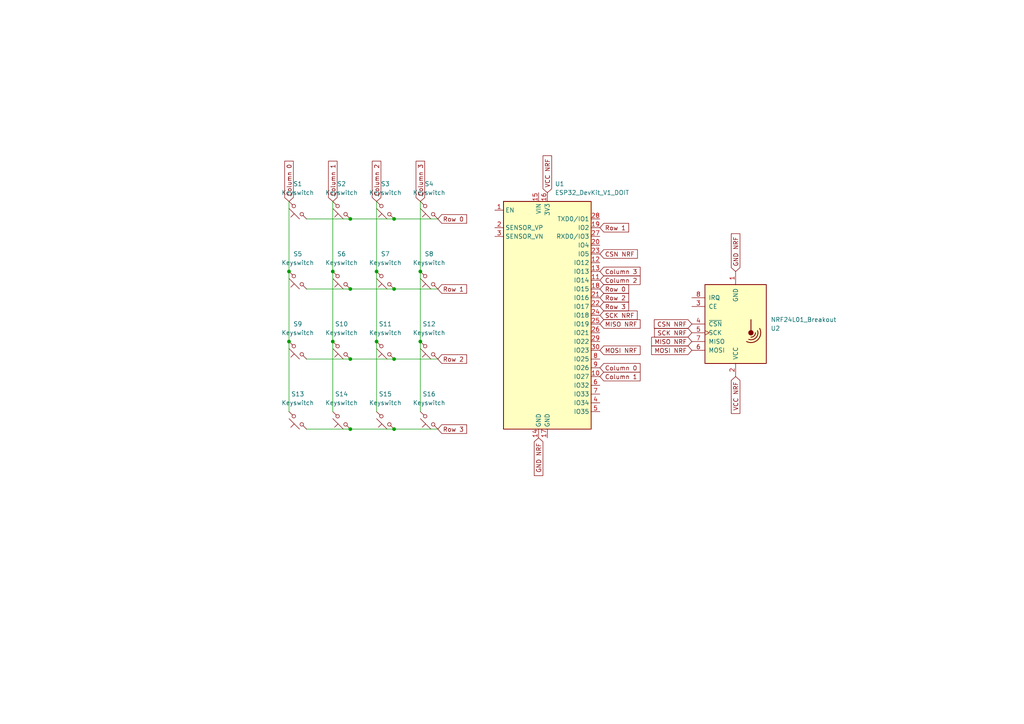
<source format=kicad_sch>
(kicad_sch (version 20231120) (generator "eeschema") (generator_version "8.0")
  (paper "A4")
  (lib_symbols
    (symbol "RF:NRF24L01_Breakout" (pin_names (offset 1.016))
      (property "Reference" "U" (at -8.89 12.7 0))
      (property "Value" "NRF24L01_Breakout" (at 3.81 12.7 0))
      (symbol "NRF24L01_Breakout_0_1"
        (rectangle (start -8.89 11.43) (end 8.89 -11.43) (stroke (width 0.254)) (fill (type background)))
        (polyline (pts (xy 4.445 1.905) (xy 4.445 -1.27)) (stroke (width 0.254)))
        (circle (center 4.445 2.54) (radius 0.635) (stroke (width 0.254)) (fill (type outline)))
        (arc (start 5.715 2.54) (mid 5.3521 3.4546) (end 4.445 3.81) (stroke (width 0.254)))
        (arc (start 6.35 1.905) (mid 5.8763 3.9854) (end 3.81 4.445) (stroke (width 0.254)))
        (arc (start 6.985 1.27) (mid 6.453 4.548) (end 3.175 5.08) (stroke (width 0.254)))
      )
      (symbol "NRF24L01_Breakout_1_1"
        (pin power_in line (at 0 -15.24 90) (length 3.81) (name "GND") (number "1"))
        (pin power_in line (at 0 15.24 270) (length 3.81) (name "VCC") (number "2"))
        (pin input line (at -12.7 -5.08 0) (length 3.81) (name "CE") (number "3"))
        (pin input line (at -12.7 0 0) (length 3.81) (name "~{CSN}") (number "4"))
        (pin input clock (at -12.7 2.54 0) (length 3.81) (name "SCK") (number "5"))
        (pin input line (at -12.7 7.62 0) (length 3.81) (name "MOSI") (number "6"))
        (pin output line (at -12.7 5.08 0) (length 3.81) (name "MISO") (number "7"))
        (pin output line (at -12.7 -7.62 0) (length 3.81) (name "IRQ") (number "8"))
      )
    )
    (symbol "ScottoKeebs:Placeholder_Keyswitch" (pin_numbers hide) (pin_names (offset 1.016) hide)
      (property "Reference" "S" (at 3.048 1.016 0))
      (property "Value" "Keyswitch" (at 0 -3.81 0))
      (symbol "Placeholder_Keyswitch_0_1"
        (circle (center -1.1684 1.1684) (radius 0.508))
        (polyline (pts (xy -0.508 2.54) (xy 2.54 -0.508)))
        (polyline (pts (xy 1.016 1.016) (xy 2.032 2.032)))
        (polyline (pts (xy -2.54 2.54) (xy -1.524 1.524) (xy -1.524 1.524)))
        (polyline (pts (xy 1.524 -1.524) (xy 2.54 -2.54) (xy 2.54 -2.54) (xy 2.54 -2.54)))
        (circle (center 1.143 -1.1938) (radius 0.508))
        (pin passive line (at -2.54 2.54 0) (length 0) (name "1") (number "1"))
        (pin passive line (at 2.54 -2.54 180) (length 0) (name "2") (number "2"))
      )
    )
    (symbol "esp32_devkit_v1_doit:ESP32_DevKit_V1_DOIT"
      (property "Reference" "U" (at -11.43 34.29 0))
      (property "Value" "ESP32_DevKit_V1_DOIT" (at 11.43 34.29 0))
      (symbol "ESP32_DevKit_V1_DOIT_1_1"
        (rectangle (start -12.7 33.02) (end 12.7 -33.02) (stroke (width 0.254)) (fill (type background)))
        (pin input line (at -15.24 30.48 0) (length 2.54) (name "EN") (number "1"))
        (pin bidirectional line (at 15.24 -17.78 180) (length 2.54) (name "IO27") (number "10"))
        (pin bidirectional line (at 15.24 10.16 180) (length 2.54) (name "IO14") (number "11"))
        (pin bidirectional line (at 15.24 15.24 180) (length 2.54) (name "IO12") (number "12"))
        (pin bidirectional line (at 15.24 12.7 180) (length 2.54) (name "IO13") (number "13"))
        (pin power_in line (at -2.54 -35.56 90) (length 2.54) (name "GND") (number "14"))
        (pin power_in line (at -2.54 35.56 270) (length 2.54) (name "VIN") (number "15"))
        (pin power_in line (at 0 35.56 270) (length 2.54) (name "3V3") (number "16"))
        (pin power_in line (at 0 -35.56 90) (length 2.54) (name "GND") (number "17"))
        (pin bidirectional line (at 15.24 7.62 180) (length 2.54) (name "IO15") (number "18"))
        (pin bidirectional line (at 15.24 25.4 180) (length 2.54) (name "IO2") (number "19"))
        (pin input line (at -15.24 25.4 0) (length 2.54) (name "SENSOR_VP") (number "2"))
        (pin bidirectional line (at 15.24 20.32 180) (length 2.54) (name "IO4") (number "20"))
        (pin bidirectional line (at 15.24 5.08 180) (length 2.54) (name "IO16") (number "21"))
        (pin bidirectional line (at 15.24 2.54 180) (length 2.54) (name "IO17") (number "22"))
        (pin bidirectional line (at 15.24 17.78 180) (length 2.54) (name "IO5") (number "23"))
        (pin bidirectional line (at 15.24 0 180) (length 2.54) (name "IO18") (number "24"))
        (pin bidirectional line (at 15.24 -2.54 180) (length 2.54) (name "IO19") (number "25"))
        (pin bidirectional line (at 15.24 -5.08 180) (length 2.54) (name "IO21") (number "26"))
        (pin bidirectional line (at 15.24 22.86 180) (length 2.54) (name "RXD0/IO3") (number "27"))
        (pin bidirectional line (at 15.24 27.94 180) (length 2.54) (name "TXD0/IO1") (number "28"))
        (pin bidirectional line (at 15.24 -7.62 180) (length 2.54) (name "IO22") (number "29"))
        (pin input line (at -15.24 22.86 0) (length 2.54) (name "SENSOR_VN") (number "3"))
        (pin bidirectional line (at 15.24 -10.16 180) (length 2.54) (name "IO23") (number "30"))
        (pin input line (at 15.24 -25.4 180) (length 2.54) (name "IO34") (number "4"))
        (pin input line (at 15.24 -27.94 180) (length 2.54) (name "IO35") (number "5"))
        (pin bidirectional line (at 15.24 -20.32 180) (length 2.54) (name "IO32") (number "6"))
        (pin bidirectional line (at 15.24 -22.86 180) (length 2.54) (name "IO33") (number "7"))
        (pin bidirectional line (at 15.24 -12.7 180) (length 2.54) (name "IO25") (number "8"))
        (pin bidirectional line (at 15.24 -15.24 180) (length 2.54) (name "IO26") (number "9"))
      )
    )
  )
  (junction (at 83.82 78.74))
  (junction (at 114.3 124.46))
  (junction (at 109.22 78.74))
  (junction (at 101.6 104.14))
  (junction (at 114.3 104.14))
  (junction (at 114.3 83.82))
  (junction (at 101.6 63.5))
  (junction (at 96.52 78.74))
  (junction (at 109.22 99.06))
  (junction (at 96.52 99.06))
  (junction (at 83.82 99.06))
  (junction (at 121.92 99.06))
  (junction (at 101.6 124.46))
  (junction (at 101.6 83.82))
  (junction (at 114.3 63.5))
  (junction (at 121.92 78.74))
  (wire (pts (xy 114.3 63.5) (xy 127 63.5)))
  (wire (pts (xy 109.22 58.42) (xy 109.22 78.74)))
  (wire (pts (xy 88.9 124.46) (xy 101.6 124.46)))
  (wire (pts (xy 83.82 78.74) (xy 83.82 99.06)))
  (wire (pts (xy 88.9 83.82) (xy 101.6 83.82)))
  (wire (pts (xy 83.82 99.06) (xy 83.82 119.38)))
  (wire (pts (xy 109.22 78.74) (xy 109.22 99.06)))
  (wire (pts (xy 96.52 58.42) (xy 96.52 78.74)))
  (wire (pts (xy 114.3 104.14) (xy 127 104.14)))
  (wire (pts (xy 101.6 104.14) (xy 114.3 104.14)))
  (wire (pts (xy 88.9 63.5) (xy 101.6 63.5)))
  (wire (pts (xy 101.6 124.46) (xy 114.3 124.46)))
  (wire (pts (xy 121.92 58.42) (xy 121.92 78.74)))
  (wire (pts (xy 121.92 78.74) (xy 121.92 99.06)))
  (wire (pts (xy 96.52 78.74) (xy 96.52 99.06)))
  (wire (pts (xy 101.6 63.5) (xy 114.3 63.5)))
  (wire (pts (xy 109.22 99.06) (xy 109.22 119.38)))
  (wire (pts (xy 101.6 83.82) (xy 114.3 83.82)))
  (wire (pts (xy 83.82 58.42) (xy 83.82 78.74)))
  (wire (pts (xy 121.92 99.06) (xy 121.92 119.38)))
  (wire (pts (xy 96.52 99.06) (xy 96.52 119.38)))
  (wire (pts (xy 88.9 104.14) (xy 101.6 104.14)))
  (wire (pts (xy 114.3 124.46) (xy 127 124.46)))
  (wire (pts (xy 114.3 83.82) (xy 127 83.82)))
  (global_label "MISO NRF" (shape input) (at 200.66 99.06 180) (property "Intersheetrefs" "${INTERSHEET_REFS}" (effects (hide yes))))
  (global_label "Column 2" (shape input) (at 109.22 58.42 90) (property "Intersheetrefs" "${INTERSHEET_REFS}" (effects (hide yes))))
  (global_label "Column 0" (shape input) (at 83.82 58.42 90) (property "Intersheetrefs" "${INTERSHEET_REFS}" (effects (hide yes))))
  (global_label "Row 0" (shape input) (at 173.99 83.82 0) (property "Intersheetrefs" "${INTERSHEET_REFS}" (effects (hide yes))))
  (global_label "Row 2" (shape input) (at 173.99 86.36 0) (property "Intersheetrefs" "${INTERSHEET_REFS}" (effects (hide yes))))
  (global_label "Row 0" (shape input) (at 127 63.5 0) (property "Intersheetrefs" "${INTERSHEET_REFS}" (effects (hide yes))))
  (global_label "GND NRF" (shape input) (at 213.36 78.74 90) (property "Intersheetrefs" "${INTERSHEET_REFS}" (effects (hide yes))))
  (global_label "Column 3" (shape input) (at 121.92 58.42 90) (property "Intersheetrefs" "${INTERSHEET_REFS}" (effects (hide yes))))
  (global_label "Row 3" (shape input) (at 173.99 88.9 0) (property "Intersheetrefs" "${INTERSHEET_REFS}" (effects (hide yes))))
  (global_label "Column 3" (shape input) (at 173.99 78.74 0) (property "Intersheetrefs" "${INTERSHEET_REFS}" (effects (hide yes))))
  (global_label "VCC NRF" (shape input) (at 213.36 109.22 270) (property "Intersheetrefs" "${INTERSHEET_REFS}" (effects (hide yes))))
  (global_label "MOSI NRF" (shape input) (at 200.66 101.6 180) (property "Intersheetrefs" "${INTERSHEET_REFS}" (effects (hide yes))))
  (global_label "Row 3" (shape input) (at 127 124.46 0) (property "Intersheetrefs" "${INTERSHEET_REFS}" (effects (hide yes))))
  (global_label "CSN NRF" (shape input) (at 173.99 73.66 0) (property "Intersheetrefs" "${INTERSHEET_REFS}" (effects (hide yes))))
  (global_label "MISO NRF" (shape input) (at 173.99 93.98 0) (property "Intersheetrefs" "${INTERSHEET_REFS}" (effects (hide yes))))
  (global_label "SCK NRF" (shape input) (at 173.99 91.44 0) (property "Intersheetrefs" "${INTERSHEET_REFS}" (effects (hide yes))))
  (global_label "SCK NRF" (shape input) (at 200.66 96.52 180) (property "Intersheetrefs" "${INTERSHEET_REFS}" (effects (hide yes))))
  (global_label "Column 1" (shape input) (at 173.99 109.22 0) (property "Intersheetrefs" "${INTERSHEET_REFS}" (effects (hide yes))))
  (global_label "MOSI NRF" (shape input) (at 173.99 101.6 0) (property "Intersheetrefs" "${INTERSHEET_REFS}" (effects (hide yes))))
  (global_label "VCC NRF" (shape input) (at 158.75 55.88 90) (property "Intersheetrefs" "${INTERSHEET_REFS}" (effects (hide yes))))
  (global_label "Row 1" (shape input) (at 173.99 66.04 0) (property "Intersheetrefs" "${INTERSHEET_REFS}" (effects (hide yes))))
  (global_label "Column 0" (shape input) (at 173.99 106.68 0) (property "Intersheetrefs" "${INTERSHEET_REFS}" (effects (hide yes))))
  (global_label "CSN NRF" (shape input) (at 200.66 93.98 180) (property "Intersheetrefs" "${INTERSHEET_REFS}" (effects (hide yes))))
  (global_label "Row 1" (shape input) (at 127 83.82 0) (property "Intersheetrefs" "${INTERSHEET_REFS}" (effects (hide yes))))
  (global_label "Column 1" (shape input) (at 96.52 58.42 90) (property "Intersheetrefs" "${INTERSHEET_REFS}" (effects (hide yes))))
  (global_label "Row 2" (shape input) (at 127 104.14 0) (property "Intersheetrefs" "${INTERSHEET_REFS}" (effects (hide yes))))
  (global_label "GND NRF" (shape input) (at 156.21 127 270) (property "Intersheetrefs" "${INTERSHEET_REFS}" (effects (hide yes))))
  (global_label "Column 2" (shape input) (at 173.99 81.28 0) (property "Intersheetrefs" "${INTERSHEET_REFS}" (effects (hide yes))))
  (symbol (lib_id "RF:NRF24L01_Breakout") (at 213.36 93.98 0) (mirror x) (unit 1)
    (property "Reference" "U2" (at 223.52 95.2501 0) (effects (justify left)))
    (property "Value" "NRF24L01_Breakout" (at 223.52 92.7101 0) (effects (justify left)))
    (property "Footprint" "RF_Module:nRF24L01_Breakout" (effects (hide yes)))
    (property "Datasheet" "http://www.nordicsemi.com/eng/content/download/2730/34105/file/nRF24L01_Product_Specification_v2_0.pdf" (effects (hide yes)))
    (property "Description" "Ultra low power 2.4GHz RF Transceiver, Carrier PCB" (effects (hide yes)))
  )
  (symbol (lib_id "ScottoKeebs:Placeholder_Keyswitch") (at 111.76 101.6 180) (unit 1)
    (property "Reference" "S11" (at 111.76 93.98 0))
    (property "Value" "Keyswitch" (at 111.76 96.52 0))
    (property "Footprint" "Button_Switch_Keyboard:SW_Cherry_MX_1.00u_PCB" (effects (hide yes)))
    (property "Description" "Push button switch, normally open, two pins, 45° tilted" (effects (hide yes)))
  )
  (symbol (lib_id "ScottoKeebs:Placeholder_Keyswitch") (at 124.46 60.96 180) (unit 1)
    (property "Reference" "S4" (at 124.46 53.34 0))
    (property "Value" "Keyswitch" (at 124.46 55.88 0))
    (property "Footprint" "Button_Switch_Keyboard:SW_Cherry_MX_1.00u_PCB" (effects (hide yes)))
    (property "Description" "Push button switch, normally open, two pins, 45° tilted" (effects (hide yes)))
  )
  (symbol (lib_id "ScottoKeebs:Placeholder_Keyswitch") (at 124.46 121.92 180) (unit 1)
    (property "Reference" "S16" (at 124.46 114.3 0))
    (property "Value" "Keyswitch" (at 124.46 116.84 0))
    (property "Footprint" "Button_Switch_Keyboard:SW_Cherry_MX_1.00u_PCB" (effects (hide yes)))
    (property "Description" "Push button switch, normally open, two pins, 45° tilted" (effects (hide yes)))
  )
  (symbol (lib_id "ScottoKeebs:Placeholder_Keyswitch") (at 124.46 81.28 180) (unit 1)
    (property "Reference" "S8" (at 124.46 73.66 0))
    (property "Value" "Keyswitch" (at 124.46 76.2 0))
    (property "Footprint" "Button_Switch_Keyboard:SW_Cherry_MX_1.00u_PCB" (effects (hide yes)))
    (property "Description" "Push button switch, normally open, two pins, 45° tilted" (effects (hide yes)))
  )
  (symbol (lib_id "ScottoKeebs:Placeholder_Keyswitch") (at 99.06 60.96 180) (unit 1)
    (property "Reference" "S2" (at 99.06 53.34 0))
    (property "Value" "Keyswitch" (at 99.06 55.88 0))
    (property "Footprint" "Button_Switch_Keyboard:SW_Cherry_MX_1.00u_PCB" (effects (hide yes)))
    (property "Description" "Push button switch, normally open, two pins, 45° tilted" (effects (hide yes)))
  )
  (symbol (lib_id "ScottoKeebs:Placeholder_Keyswitch") (at 86.36 81.28 180) (unit 1)
    (property "Reference" "S5" (at 86.36 73.66 0))
    (property "Value" "Keyswitch" (at 86.36 76.2 0))
    (property "Footprint" "Button_Switch_Keyboard:SW_Cherry_MX_1.00u_PCB" (effects (hide yes)))
    (property "Description" "Push button switch, normally open, two pins, 45° tilted" (effects (hide yes)))
  )
  (symbol (lib_id "ScottoKeebs:Placeholder_Keyswitch") (at 99.06 121.92 180) (unit 1)
    (property "Reference" "S14" (at 99.06 114.3 0))
    (property "Value" "Keyswitch" (at 99.06 116.84 0))
    (property "Footprint" "Button_Switch_Keyboard:SW_Cherry_MX_1.00u_PCB" (effects (hide yes)))
    (property "Description" "Push button switch, normally open, two pins, 45° tilted" (effects (hide yes)))
  )
  (symbol (lib_id "ScottoKeebs:Placeholder_Keyswitch") (at 111.76 60.96 180) (unit 1)
    (property "Reference" "S3" (at 111.76 53.34 0))
    (property "Value" "Keyswitch" (at 111.76 55.88 0))
    (property "Footprint" "Button_Switch_Keyboard:SW_Cherry_MX_1.00u_PCB" (effects (hide yes)))
    (property "Description" "Push button switch, normally open, two pins, 45° tilted" (effects (hide yes)))
  )
  (symbol (lib_id "ScottoKeebs:Placeholder_Keyswitch") (at 86.36 60.96 180) (unit 1)
    (property "Reference" "S1" (at 86.36 53.34 0))
    (property "Value" "Keyswitch" (at 86.36 55.88 0))
    (property "Footprint" "Button_Switch_Keyboard:SW_Cherry_MX_1.00u_PCB" (effects (hide yes)))
    (property "Description" "Push button switch, normally open, two pins, 45° tilted" (effects (hide yes)))
  )
  (symbol (lib_id "esp32_devkit_v1_doit:ESP32_DevKit_V1_DOIT") (at 158.75 91.44 0) (unit 1)
    (property "Reference" "U1" (at 160.9441 53.34 0) (effects (justify left)))
    (property "Value" "ESP32_DevKit_V1_DOIT" (at 160.9441 55.88 0) (effects (justify left)))
    (property "Footprint" "ESP32_DevKit_V1_DOIT:esp32_devkit_v1_doit" (effects (hide yes)))
    (property "Datasheet" "https://aliexpress.com/item/32864722159.html" (effects (hide yes)))
    (property "Description" "32-bit microcontroller module with WiFi and Bluetooth" (effects (hide yes)))
  )
  (symbol (lib_id "ScottoKeebs:Placeholder_Keyswitch") (at 111.76 81.28 180) (unit 1)
    (property "Reference" "S7" (at 111.76 73.66 0))
    (property "Value" "Keyswitch" (at 111.76 76.2 0))
    (property "Footprint" "Button_Switch_Keyboard:SW_Cherry_MX_1.00u_PCB" (effects (hide yes)))
    (property "Description" "Push button switch, normally open, two pins, 45° tilted" (effects (hide yes)))
  )
  (symbol (lib_id "ScottoKeebs:Placeholder_Keyswitch") (at 86.36 121.92 180) (unit 1)
    (property "Reference" "S13" (at 86.36 114.3 0))
    (property "Value" "Keyswitch" (at 86.36 116.84 0))
    (property "Footprint" "Button_Switch_Keyboard:SW_Cherry_MX_1.00u_PCB" (effects (hide yes)))
    (property "Description" "Push button switch, normally open, two pins, 45° tilted" (effects (hide yes)))
  )
  (symbol (lib_id "ScottoKeebs:Placeholder_Keyswitch") (at 86.36 101.6 180) (unit 1)
    (property "Reference" "S9" (at 86.36 93.98 0))
    (property "Value" "Keyswitch" (at 86.36 96.52 0))
    (property "Footprint" "Button_Switch_Keyboard:SW_Cherry_MX_1.00u_PCB" (effects (hide yes)))
    (property "Description" "Push button switch, normally open, two pins, 45° tilted" (effects (hide yes)))
  )
  (symbol (lib_id "ScottoKeebs:Placeholder_Keyswitch") (at 111.76 121.92 180) (unit 1)
    (property "Reference" "S15" (at 111.76 114.3 0))
    (property "Value" "Keyswitch" (at 111.76 116.84 0))
    (property "Footprint" "Button_Switch_Keyboard:SW_Cherry_MX_1.00u_PCB" (effects (hide yes)))
    (property "Description" "Push button switch, normally open, two pins, 45° tilted" (effects (hide yes)))
  )
  (symbol (lib_id "ScottoKeebs:Placeholder_Keyswitch") (at 124.46 101.6 180) (unit 1)
    (property "Reference" "S12" (at 124.46 93.98 0))
    (property "Value" "Keyswitch" (at 124.46 96.52 0))
    (property "Footprint" "Button_Switch_Keyboard:SW_Cherry_MX_1.00u_PCB" (effects (hide yes)))
    (property "Description" "Push button switch, normally open, two pins, 45° tilted" (effects (hide yes)))
  )
  (symbol (lib_id "ScottoKeebs:Placeholder_Keyswitch") (at 99.06 81.28 180) (unit 1)
    (property "Reference" "S6" (at 99.06 73.66 0))
    (property "Value" "Keyswitch" (at 99.06 76.2 0))
    (property "Footprint" "Button_Switch_Keyboard:SW_Cherry_MX_1.00u_PCB" (effects (hide yes)))
    (property "Description" "Push button switch, normally open, two pins, 45° tilted" (effects (hide yes)))
  )
  (symbol (lib_id "ScottoKeebs:Placeholder_Keyswitch") (at 99.06 101.6 180) (unit 1)
    (property "Reference" "S10" (at 99.06 93.98 0))
    (property "Value" "Keyswitch" (at 99.06 96.52 0))
    (property "Footprint" "Button_Switch_Keyboard:SW_Cherry_MX_1.00u_PCB" (effects (hide yes)))
    (property "Description" "Push button switch, normally open, two pins, 45° tilted" (effects (hide yes)))
  )
)
</source>
